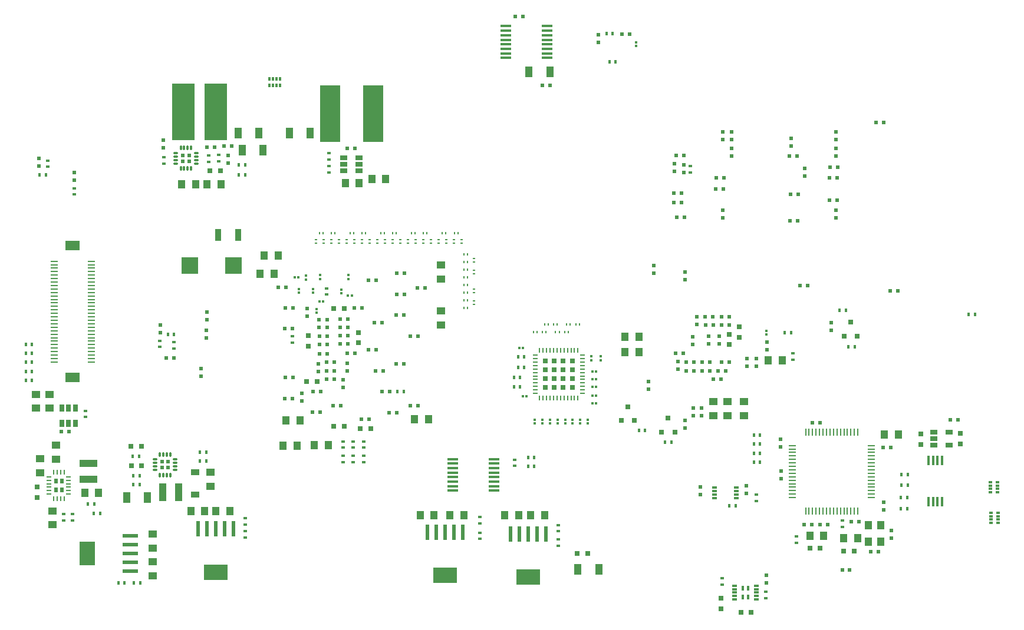
<source format=gbp>
G04 #@! TF.FileFunction,Paste,Bot*
%FSLAX46Y46*%
G04 Gerber Fmt 4.6, Leading zero omitted, Abs format (unit mm)*
G04 Created by KiCad (PCBNEW 4.0.5) date Sun Feb 12 14:34:10 2017*
%MOMM*%
%LPD*%
G01*
G04 APERTURE LIST*
%ADD10C,0.020000*%
%ADD11R,0.600000X0.400000*%
%ADD12R,0.400000X0.600000*%
%ADD13R,1.000000X1.250000*%
%ADD14R,0.500000X0.600000*%
%ADD15R,0.350000X0.300000*%
%ADD16R,0.800000X0.750000*%
%ADD17R,0.750000X0.800000*%
%ADD18R,0.600000X0.500000*%
%ADD19R,1.000000X1.600000*%
%ADD20R,1.250000X1.000000*%
%ADD21R,1.220000X0.910000*%
%ADD22R,1.000000X0.250000*%
%ADD23R,2.100000X1.400000*%
%ADD24R,3.000000X8.200000*%
%ADD25R,3.300000X8.200000*%
%ADD26R,2.540000X1.021080*%
%ADD27R,1.021080X2.540000*%
%ADD28R,0.800100X0.800100*%
%ADD29R,0.320000X0.500000*%
%ADD30R,0.650000X0.300000*%
%ADD31R,0.465000X0.744000*%
%ADD32R,1.060000X0.650000*%
%ADD33R,0.800000X0.300000*%
%ADD34R,0.450000X1.450000*%
%ADD35R,0.250000X1.000000*%
%ADD36R,0.600000X2.200000*%
%ADD37R,3.500000X2.200000*%
%ADD38O,0.750000X0.300000*%
%ADD39O,0.300000X0.750000*%
%ADD40R,0.540000X0.540000*%
%ADD41R,0.650000X1.060000*%
%ADD42R,0.700000X0.250000*%
%ADD43R,0.250000X0.700000*%
%ADD44R,0.495000X0.795000*%
%ADD45R,1.050000X1.300000*%
%ADD46R,2.370000X2.430000*%
%ADD47R,0.500000X0.320000*%
%ADD48R,0.430000X0.280000*%
%ADD49R,0.280000X0.430000*%
%ADD50R,0.772500X0.772500*%
%ADD51R,1.500000X0.450000*%
%ADD52R,0.300000X0.350000*%
%ADD53R,2.200000X0.600000*%
%ADD54R,2.200000X3.500000*%
%ADD55R,0.900000X1.700000*%
G04 APERTURE END LIST*
D10*
D11*
X26370000Y-52270000D03*
X26370000Y-53170000D03*
D12*
X48250000Y-94200000D03*
X49150000Y-94200000D03*
D11*
X66480000Y-70650000D03*
X66480000Y-71550000D03*
D13*
X72950000Y-54900000D03*
X74950000Y-54900000D03*
D14*
X48400000Y-83250000D03*
X48400000Y-82150000D03*
D15*
X62500000Y-70755000D03*
X62500000Y-71305000D03*
D16*
X127450000Y-117250000D03*
X125950000Y-117250000D03*
D14*
X129650000Y-113050000D03*
X129650000Y-111950000D03*
D17*
X151800000Y-91600000D03*
X151800000Y-93100000D03*
X123100000Y-115200000D03*
X123100000Y-116700000D03*
X157500000Y-91500000D03*
X157500000Y-93000000D03*
D14*
X120150000Y-99250000D03*
X120150000Y-100350000D03*
X126750000Y-99050000D03*
X126750000Y-100150000D03*
X131650000Y-93450000D03*
X131650000Y-92350000D03*
D18*
X136100000Y-104650000D03*
X135000000Y-104650000D03*
D14*
X131740000Y-98030000D03*
X131740000Y-96930000D03*
D18*
X137300000Y-90000000D03*
X136200000Y-90000000D03*
D14*
X147600000Y-105500000D03*
X147600000Y-106600000D03*
D18*
X146350000Y-93500000D03*
X147450000Y-93500000D03*
D14*
X146450000Y-101400000D03*
X146450000Y-102500000D03*
D13*
X146550000Y-91700000D03*
X148550000Y-91700000D03*
D18*
X141780000Y-104170000D03*
X142880000Y-104170000D03*
X144600000Y-108500000D03*
X145700000Y-108500000D03*
D13*
X140700000Y-106610000D03*
X142700000Y-106610000D03*
X137850000Y-106250000D03*
X135850000Y-106250000D03*
D18*
X138400000Y-104650000D03*
X137300000Y-104650000D03*
D13*
X92050000Y-103300000D03*
X94050000Y-103300000D03*
X97750000Y-103300000D03*
X95750000Y-103300000D03*
X79900000Y-103250000D03*
X81900000Y-103250000D03*
X86150000Y-103250000D03*
X84150000Y-103250000D03*
D18*
X124260000Y-75950000D03*
X123160000Y-75950000D03*
X120850000Y-74750000D03*
X121950000Y-74750000D03*
X134480000Y-70230000D03*
X135580000Y-70230000D03*
X124250000Y-74750000D03*
X123150000Y-74750000D03*
D14*
X119660000Y-74750000D03*
X119660000Y-75850000D03*
D18*
X120860000Y-75950000D03*
X121960000Y-75950000D03*
D14*
X117930000Y-68330000D03*
X117930000Y-69430000D03*
X113480000Y-67360000D03*
X113480000Y-68460000D03*
D18*
X134050000Y-51600000D03*
X132950000Y-51600000D03*
X117750000Y-51550000D03*
X116650000Y-51550000D03*
X116320000Y-56940000D03*
X117420000Y-56940000D03*
X116310000Y-58290000D03*
X117410000Y-58290000D03*
D14*
X135100000Y-53380000D03*
X135100000Y-54480000D03*
X139600000Y-50550000D03*
X139600000Y-51650000D03*
X124630000Y-49250000D03*
X124630000Y-48150000D03*
X117750000Y-52900000D03*
X117750000Y-54000000D03*
X133200000Y-49100000D03*
X133200000Y-50200000D03*
X123350000Y-60500000D03*
X123350000Y-59400000D03*
D18*
X117850000Y-60400000D03*
X116750000Y-60400000D03*
X138750000Y-53200000D03*
X139850000Y-53200000D03*
D14*
X139600000Y-49250000D03*
X139600000Y-48150000D03*
D18*
X134140000Y-60970000D03*
X133040000Y-60970000D03*
D14*
X123350000Y-49250000D03*
X123350000Y-48150000D03*
X116400000Y-53830000D03*
X116400000Y-52730000D03*
D18*
X138650000Y-58000000D03*
X139750000Y-58000000D03*
D14*
X124620000Y-50520000D03*
X124620000Y-51620000D03*
D18*
X133050000Y-57150000D03*
X134150000Y-57150000D03*
X123400000Y-56350000D03*
X122300000Y-56350000D03*
X122400000Y-54750000D03*
X123500000Y-54750000D03*
D14*
X139600000Y-60500000D03*
X139600000Y-59400000D03*
D18*
X138700000Y-54800000D03*
X139800000Y-54800000D03*
D14*
X138950000Y-75600000D03*
X138950000Y-76700000D03*
D18*
X147400000Y-71000000D03*
X148500000Y-71000000D03*
D13*
X129860000Y-81040000D03*
X131860000Y-81040000D03*
X111290000Y-77660000D03*
X109290000Y-77660000D03*
D14*
X128170000Y-80710000D03*
X128170000Y-81810000D03*
X119050000Y-78680000D03*
X119050000Y-77580000D03*
X121330000Y-78640000D03*
X121330000Y-77540000D03*
X122840000Y-78640000D03*
X122840000Y-77540000D03*
D19*
X98500000Y-39500000D03*
X95500000Y-39500000D03*
D18*
X98550000Y-41500000D03*
X97450000Y-41500000D03*
X146450000Y-46800000D03*
X145350000Y-46800000D03*
D16*
X102450000Y-108800000D03*
X103950000Y-108800000D03*
D19*
X102550000Y-111100000D03*
X105550000Y-111100000D03*
D20*
X122030000Y-88970000D03*
X122030000Y-86970000D03*
D14*
X120340000Y-88930000D03*
X120340000Y-87830000D03*
X129660000Y-78340000D03*
X129660000Y-79440000D03*
D20*
X126390000Y-88970000D03*
X126390000Y-86970000D03*
D17*
X124240000Y-77250000D03*
X124240000Y-78750000D03*
X125730000Y-77670000D03*
X125730000Y-76170000D03*
D18*
X120410000Y-81280000D03*
X121510000Y-81280000D03*
X122010000Y-83750000D03*
X123110000Y-83750000D03*
D14*
X116920000Y-82250000D03*
X116920000Y-81150000D03*
X117900000Y-89650000D03*
X117900000Y-90750000D03*
X126840000Y-81820000D03*
X126840000Y-80720000D03*
D18*
X123210000Y-81270000D03*
X124310000Y-81270000D03*
X119210000Y-82510000D03*
X118110000Y-82510000D03*
D13*
X109320000Y-79810000D03*
X111320000Y-79810000D03*
D20*
X124030000Y-88970000D03*
X124030000Y-86970000D03*
D14*
X119130000Y-88930000D03*
X119130000Y-87830000D03*
D18*
X119220000Y-81280000D03*
X118120000Y-81280000D03*
X121500000Y-82550000D03*
X120400000Y-82550000D03*
X122700000Y-82550000D03*
X123800000Y-82550000D03*
X117700000Y-79960000D03*
X116600000Y-79960000D03*
D14*
X112690000Y-84080000D03*
X112690000Y-85180000D03*
D18*
X69500000Y-78650000D03*
X68400000Y-78650000D03*
D14*
X68790000Y-83840000D03*
X68790000Y-84940000D03*
D18*
X66450000Y-83700000D03*
X67550000Y-83700000D03*
D14*
X65350000Y-76300000D03*
X65350000Y-75200000D03*
D17*
X71000000Y-78500000D03*
X71000000Y-77000000D03*
D16*
X68950000Y-90450000D03*
X67450000Y-90450000D03*
D18*
X65450000Y-80090000D03*
X66550000Y-80090000D03*
D16*
X67500000Y-73550000D03*
X69000000Y-73550000D03*
X72820000Y-90860000D03*
X71320000Y-90860000D03*
D17*
X63800000Y-78950000D03*
X63800000Y-77450000D03*
D18*
X67550000Y-81300000D03*
X66450000Y-81300000D03*
D14*
X69450000Y-82500000D03*
X69450000Y-81400000D03*
D18*
X65450000Y-78700000D03*
X66550000Y-78700000D03*
D14*
X66550000Y-76300000D03*
X66550000Y-75200000D03*
D18*
X67550000Y-82500000D03*
X66450000Y-82500000D03*
D14*
X65250000Y-82580000D03*
X65250000Y-81480000D03*
D18*
X70500000Y-79950000D03*
X69400000Y-79950000D03*
D16*
X65100000Y-84050000D03*
X63600000Y-84050000D03*
D18*
X68400000Y-75050000D03*
X69500000Y-75050000D03*
X66550000Y-77500000D03*
X65450000Y-77500000D03*
X68400000Y-77450000D03*
X69500000Y-77450000D03*
X69500000Y-76250000D03*
X68400000Y-76250000D03*
D14*
X49250000Y-74100000D03*
X49250000Y-75200000D03*
D18*
X44550000Y-80700000D03*
X43450000Y-80700000D03*
D14*
X49200000Y-77800000D03*
X49200000Y-76700000D03*
X42550000Y-75950000D03*
X42550000Y-77050000D03*
X62910000Y-85710000D03*
X62910000Y-86810000D03*
D13*
X79100000Y-89500000D03*
X81100000Y-89500000D03*
X62650000Y-89600000D03*
X60650000Y-89600000D03*
X66700000Y-93200000D03*
X64700000Y-93200000D03*
D18*
X65500000Y-88450000D03*
X64400000Y-88450000D03*
X75450000Y-88500000D03*
X76550000Y-88500000D03*
X64500000Y-85500000D03*
X65600000Y-85500000D03*
X68500000Y-87500000D03*
X67400000Y-87500000D03*
X60500000Y-83500000D03*
X61600000Y-83500000D03*
X74400000Y-85500000D03*
X75500000Y-85500000D03*
X61500000Y-86500000D03*
X60400000Y-86500000D03*
X72550000Y-89500000D03*
X71450000Y-89500000D03*
D13*
X60220000Y-93240000D03*
X62220000Y-93240000D03*
D18*
X59500000Y-70500000D03*
X60600000Y-70500000D03*
X76450000Y-81500000D03*
X77550000Y-81500000D03*
X60500000Y-73500000D03*
X61600000Y-73500000D03*
X72500000Y-79500000D03*
X73600000Y-79500000D03*
D14*
X63630000Y-74690000D03*
X63630000Y-73590000D03*
D18*
X73450000Y-82500000D03*
X74550000Y-82500000D03*
X61550000Y-76450000D03*
X60450000Y-76450000D03*
X78500000Y-87500000D03*
X79600000Y-87500000D03*
D13*
X59500000Y-65900000D03*
X57500000Y-65900000D03*
D15*
X69550000Y-69300000D03*
X69550000Y-68750000D03*
D18*
X77550000Y-74500000D03*
X76450000Y-74500000D03*
X74450000Y-75550000D03*
X73350000Y-75550000D03*
D13*
X58900000Y-68520000D03*
X56900000Y-68520000D03*
D18*
X78450000Y-77500000D03*
X79550000Y-77500000D03*
X70450000Y-73500000D03*
X71550000Y-73500000D03*
D20*
X82900000Y-69300000D03*
X82900000Y-67300000D03*
D18*
X79500000Y-70550000D03*
X80600000Y-70550000D03*
X72450000Y-69500000D03*
X73550000Y-69500000D03*
X76550000Y-68500000D03*
X77650000Y-68500000D03*
X76500000Y-71500000D03*
X77600000Y-71500000D03*
D20*
X82900000Y-73900000D03*
X82900000Y-75900000D03*
D13*
X49300000Y-55650000D03*
X51300000Y-55650000D03*
D16*
X49700000Y-53750000D03*
X51200000Y-53750000D03*
D14*
X30240000Y-54030000D03*
X30240000Y-55130000D03*
D18*
X70490000Y-50520000D03*
X69390000Y-50520000D03*
D14*
X43000000Y-49350000D03*
X43000000Y-50450000D03*
D19*
X64100000Y-48300000D03*
X61100000Y-48300000D03*
D18*
X52850000Y-50200000D03*
X51750000Y-50200000D03*
X49300000Y-50350000D03*
X50400000Y-50350000D03*
D14*
X52350000Y-51500000D03*
X52350000Y-52600000D03*
D19*
X54350000Y-50800000D03*
X57350000Y-50800000D03*
D13*
X46950000Y-102700000D03*
X48950000Y-102700000D03*
D14*
X25120000Y-51970000D03*
X25120000Y-53070000D03*
D13*
X52550000Y-102700000D03*
X50550000Y-102700000D03*
X71150000Y-55550000D03*
X69150000Y-55550000D03*
X47660000Y-55690000D03*
X45660000Y-55690000D03*
D19*
X53750000Y-48350000D03*
X56750000Y-48350000D03*
D18*
X28330000Y-91250000D03*
X29430000Y-91250000D03*
D20*
X26700000Y-87900000D03*
X26700000Y-85900000D03*
D13*
X31700000Y-100050000D03*
X33700000Y-100050000D03*
D20*
X24700000Y-87900000D03*
X24700000Y-85900000D03*
D17*
X24850000Y-99200000D03*
X24850000Y-100700000D03*
D20*
X27050000Y-102650000D03*
X27050000Y-104650000D03*
X27600000Y-95200000D03*
X27600000Y-93200000D03*
X25280000Y-97180000D03*
X25280000Y-95180000D03*
D16*
X39850000Y-93400000D03*
X38350000Y-93400000D03*
D19*
X37750000Y-100700000D03*
X40750000Y-100700000D03*
D16*
X38400000Y-96200000D03*
X39900000Y-96200000D03*
D20*
X49800000Y-97100000D03*
X49800000Y-99100000D03*
D14*
X105450000Y-34150000D03*
X105450000Y-35250000D03*
D18*
X109950000Y-34100000D03*
X108850000Y-34100000D03*
X140550000Y-111150000D03*
X141550000Y-111150000D03*
D21*
X47550000Y-97065000D03*
X47550000Y-100335000D03*
D22*
X27350000Y-81250000D03*
X32650000Y-81250000D03*
X27350000Y-80750000D03*
X32650000Y-80750000D03*
X27350000Y-80250000D03*
X32650000Y-80250000D03*
X27350000Y-79750000D03*
X32650000Y-79750000D03*
X27350000Y-79250000D03*
X32650000Y-79250000D03*
X27350000Y-78750000D03*
X32650000Y-78750000D03*
X27350000Y-78250000D03*
X32650000Y-78250000D03*
X27350000Y-77750000D03*
X32650000Y-77750000D03*
X27350000Y-77250000D03*
X32650000Y-77250000D03*
X27350000Y-76750000D03*
X32650000Y-76750000D03*
X27350000Y-76250000D03*
X32650000Y-76250000D03*
X27350000Y-75750000D03*
X32650000Y-75750000D03*
X27350000Y-75250000D03*
X32650000Y-75250000D03*
X27350000Y-74750000D03*
X32650000Y-74750000D03*
X27350000Y-74250000D03*
X32650000Y-74250000D03*
X27350000Y-73750000D03*
X32650000Y-73750000D03*
X27350000Y-73250000D03*
X32650000Y-73250000D03*
X27350000Y-72750000D03*
X32650000Y-72750000D03*
X27350000Y-72250000D03*
X32650000Y-72250000D03*
X27350000Y-71750000D03*
X32650000Y-71750000D03*
X27350000Y-71250000D03*
X32650000Y-71250000D03*
X27350000Y-70750000D03*
X32650000Y-70750000D03*
X27350000Y-70250000D03*
X32650000Y-70250000D03*
X27350000Y-69750000D03*
X32650000Y-69750000D03*
X27350000Y-69250000D03*
X32650000Y-69250000D03*
X27350000Y-68750000D03*
X32650000Y-68750000D03*
X27350000Y-68250000D03*
X32650000Y-68250000D03*
X27350000Y-67750000D03*
X32650000Y-67750000D03*
X27350000Y-67250000D03*
X32650000Y-67250000D03*
X27350000Y-66750000D03*
X32650000Y-66750000D03*
D23*
X30000000Y-83500000D03*
X30000000Y-64500000D03*
D16*
X135850000Y-108000000D03*
X137350000Y-108000000D03*
X142200000Y-108400000D03*
X140700000Y-108400000D03*
D24*
X73130000Y-45540000D03*
X66930000Y-45540000D03*
D25*
X45850000Y-45250000D03*
X50550000Y-45250000D03*
D26*
X32250000Y-95854460D03*
X32250000Y-98145540D03*
D27*
X45195540Y-100000000D03*
X42904460Y-100000000D03*
D28*
X142650000Y-77500760D03*
X140750000Y-77500760D03*
X141700000Y-75501780D03*
X110650000Y-89650760D03*
X108750000Y-89650760D03*
X109700000Y-87651780D03*
X116450000Y-91300760D03*
X114550000Y-91300760D03*
X115500000Y-89301780D03*
D11*
X129550000Y-115200000D03*
X129550000Y-114300000D03*
X123300000Y-113250000D03*
X123300000Y-112350000D03*
D12*
X125200000Y-101900000D03*
X124300000Y-101900000D03*
D11*
X128200000Y-100350000D03*
X128200000Y-101250000D03*
D12*
X148950000Y-102350000D03*
X149850000Y-102350000D03*
X148950000Y-100700000D03*
X149850000Y-100700000D03*
X149000000Y-97450000D03*
X149900000Y-97450000D03*
X149000000Y-98950000D03*
X149900000Y-98950000D03*
D11*
X133950000Y-106350000D03*
X133950000Y-107250000D03*
X140510000Y-104060000D03*
X140510000Y-104960000D03*
D12*
X127800000Y-95650000D03*
X128700000Y-95650000D03*
X127800000Y-93050000D03*
X128700000Y-93050000D03*
X127800000Y-94350000D03*
X128700000Y-94350000D03*
X127800000Y-91750000D03*
X128700000Y-91750000D03*
D11*
X99700000Y-104700000D03*
X99700000Y-105600000D03*
X99700000Y-106750000D03*
X99700000Y-107650000D03*
X88500000Y-103550000D03*
X88500000Y-104450000D03*
X88500000Y-105800000D03*
X88500000Y-106700000D03*
X118650000Y-53970000D03*
X118650000Y-53070000D03*
D12*
X142300000Y-79100000D03*
X141400000Y-79100000D03*
X140150000Y-73800000D03*
X141050000Y-73800000D03*
X159550000Y-74400000D03*
X158650000Y-74400000D03*
X132260000Y-77030000D03*
X133160000Y-77030000D03*
D11*
X133420000Y-80010000D03*
X133420000Y-80910000D03*
D12*
X112190000Y-91100000D03*
X111290000Y-91100000D03*
X115950000Y-92800000D03*
X115050000Y-92800000D03*
X77550000Y-85510000D03*
X76650000Y-85510000D03*
D11*
X42500000Y-78200000D03*
X42500000Y-79100000D03*
D12*
X43650000Y-77250000D03*
X44550000Y-77250000D03*
D11*
X68850000Y-95650000D03*
X68850000Y-94750000D03*
X68850000Y-93550000D03*
X68850000Y-92650000D03*
X70300000Y-95650000D03*
X70300000Y-94750000D03*
X70300000Y-93550000D03*
X70300000Y-92650000D03*
X71750000Y-95650000D03*
X71750000Y-94750000D03*
X71750000Y-93550000D03*
X71750000Y-92650000D03*
X61500000Y-77550000D03*
X61500000Y-78450000D03*
X43050000Y-52700000D03*
X43050000Y-51800000D03*
X30240000Y-57150000D03*
X30240000Y-56250000D03*
X66800000Y-51200000D03*
X66800000Y-52100000D03*
X66800000Y-53100000D03*
X66800000Y-54000000D03*
X51000000Y-52370000D03*
X51000000Y-51470000D03*
D12*
X33050000Y-103000000D03*
X33950000Y-103000000D03*
X54750000Y-52900000D03*
X53850000Y-52900000D03*
X53830000Y-54320000D03*
X54730000Y-54320000D03*
D11*
X49500000Y-52450000D03*
X49500000Y-51550000D03*
D12*
X25220000Y-54320000D03*
X26120000Y-54320000D03*
D11*
X54800000Y-103700000D03*
X54800000Y-104600000D03*
X54800000Y-105600000D03*
X54800000Y-106500000D03*
X31850000Y-88250000D03*
X31850000Y-89150000D03*
X28700000Y-104000000D03*
X28700000Y-103100000D03*
X30000000Y-104000000D03*
X30000000Y-103100000D03*
D12*
X32200000Y-101700000D03*
X33100000Y-101700000D03*
X39600000Y-97600000D03*
X38700000Y-97600000D03*
X39600000Y-98900000D03*
X38700000Y-98900000D03*
X24150000Y-81300000D03*
X23250000Y-81300000D03*
X24150000Y-80000000D03*
X23250000Y-80000000D03*
X24150000Y-78700000D03*
X23250000Y-78700000D03*
X23250000Y-82600000D03*
X24150000Y-82600000D03*
X23250000Y-83900000D03*
X24150000Y-83900000D03*
X39500000Y-94800000D03*
X38600000Y-94800000D03*
X49150000Y-95500000D03*
X48250000Y-95500000D03*
X107050000Y-38050000D03*
X107950000Y-38050000D03*
X106650000Y-34050000D03*
X107550000Y-34050000D03*
D29*
X58250000Y-40500000D03*
X59250000Y-40500000D03*
X58750000Y-40500000D03*
X59750000Y-40500000D03*
X58750000Y-41500000D03*
X58250000Y-41500000D03*
X59250000Y-41500000D03*
X59750000Y-41500000D03*
D30*
X128150000Y-113400000D03*
X128150000Y-113900000D03*
X128150000Y-114400000D03*
X128150000Y-114900000D03*
X128150000Y-115400000D03*
X125050000Y-115400000D03*
X125050000Y-114900000D03*
X125050000Y-114400000D03*
X125050000Y-113900000D03*
X125050000Y-113400000D03*
D31*
X126212500Y-115020000D03*
X126212500Y-113780000D03*
X126987500Y-115020000D03*
X126987500Y-113780000D03*
D32*
X153650000Y-93200000D03*
X153650000Y-92250000D03*
X153650000Y-91300000D03*
X155850000Y-91300000D03*
X155850000Y-93200000D03*
D33*
X125300000Y-100800000D03*
X122200000Y-100800000D03*
X125300000Y-100300000D03*
X122200000Y-100300000D03*
X125300000Y-99800000D03*
X122200000Y-99800000D03*
X125300000Y-99300000D03*
X122200000Y-99300000D03*
D34*
X154845000Y-101300000D03*
X154195000Y-101300000D03*
X153545000Y-101300000D03*
X152895000Y-101300000D03*
X152895000Y-95400000D03*
X153545000Y-95400000D03*
X154195000Y-95400000D03*
X154845000Y-95400000D03*
D35*
X142750000Y-102700000D03*
X142250000Y-102700000D03*
X141750000Y-102700000D03*
X141250000Y-102700000D03*
X140750000Y-102700000D03*
X140250000Y-102700000D03*
X139750000Y-102700000D03*
X139250000Y-102700000D03*
X138750000Y-102700000D03*
X138250000Y-102700000D03*
X137750000Y-102700000D03*
X137250000Y-102700000D03*
X136750000Y-102700000D03*
X136250000Y-102700000D03*
X135750000Y-102700000D03*
X135250000Y-102700000D03*
D22*
X133300000Y-100750000D03*
X133300000Y-100250000D03*
X133300000Y-99750000D03*
X133300000Y-99250000D03*
X133300000Y-98750000D03*
X133300000Y-98250000D03*
X133300000Y-97750000D03*
X133300000Y-97250000D03*
X133300000Y-96750000D03*
X133300000Y-96250000D03*
X133300000Y-95750000D03*
X133300000Y-95250000D03*
X133300000Y-94750000D03*
X133300000Y-94250000D03*
X133300000Y-93750000D03*
X133300000Y-93250000D03*
D35*
X135250000Y-91300000D03*
X135750000Y-91300000D03*
X136250000Y-91300000D03*
X136750000Y-91300000D03*
X137250000Y-91300000D03*
X137750000Y-91300000D03*
X138250000Y-91300000D03*
X138750000Y-91300000D03*
X139250000Y-91300000D03*
X139750000Y-91300000D03*
X140250000Y-91300000D03*
X140750000Y-91300000D03*
X141250000Y-91300000D03*
X141750000Y-91300000D03*
X142250000Y-91300000D03*
X142750000Y-91300000D03*
D22*
X144700000Y-93250000D03*
X144700000Y-93750000D03*
X144700000Y-94250000D03*
X144700000Y-94750000D03*
X144700000Y-95250000D03*
X144700000Y-95750000D03*
X144700000Y-96250000D03*
X144700000Y-96750000D03*
X144700000Y-97250000D03*
X144700000Y-97750000D03*
X144700000Y-98250000D03*
X144700000Y-98750000D03*
X144700000Y-99250000D03*
X144700000Y-99750000D03*
X144700000Y-100250000D03*
X144700000Y-100750000D03*
D36*
X92910000Y-105950000D03*
X94180000Y-105950000D03*
X95450000Y-105950000D03*
X96720000Y-105950000D03*
X97990000Y-105950000D03*
D37*
X95450000Y-112150000D03*
D36*
X80960000Y-105750000D03*
X82230000Y-105750000D03*
X83500000Y-105750000D03*
X84770000Y-105750000D03*
X86040000Y-105750000D03*
D37*
X83500000Y-111950000D03*
D32*
X71100000Y-51850000D03*
X71100000Y-52800000D03*
X71100000Y-53750000D03*
X68900000Y-53750000D03*
X68900000Y-51850000D03*
X68900000Y-52800000D03*
D38*
X44775000Y-52700000D03*
X44775000Y-52200000D03*
X44775000Y-51700000D03*
X44775000Y-51200000D03*
D39*
X45500000Y-50475000D03*
X46000000Y-50475000D03*
X46500000Y-50475000D03*
X47000000Y-50475000D03*
D38*
X47725000Y-51200000D03*
X47725000Y-51700000D03*
X47725000Y-52200000D03*
X47725000Y-52700000D03*
D39*
X47000000Y-53425000D03*
X46500000Y-53425000D03*
X46000000Y-53425000D03*
X45500000Y-53425000D03*
D40*
X46700000Y-51500000D03*
X46700000Y-52400000D03*
X45800000Y-51500000D03*
X45800000Y-52400000D03*
D36*
X47960000Y-105250000D03*
X49230000Y-105250000D03*
X50500000Y-105250000D03*
X51770000Y-105250000D03*
X53040000Y-105250000D03*
D37*
X50500000Y-111450000D03*
D41*
X28450000Y-87900000D03*
X29400000Y-87900000D03*
X30350000Y-87900000D03*
X30350000Y-90100000D03*
X28450000Y-90100000D03*
X29400000Y-90100000D03*
D42*
X29400000Y-97750000D03*
X29400000Y-98250000D03*
X29400000Y-98750000D03*
X29400000Y-99250000D03*
X29400000Y-99750000D03*
X29400000Y-100250000D03*
D43*
X28750000Y-100900000D03*
X28250000Y-100900000D03*
X27750000Y-100900000D03*
X27250000Y-100900000D03*
D42*
X26600000Y-100250000D03*
X26600000Y-99750000D03*
X26600000Y-99250000D03*
X26600000Y-98750000D03*
X26600000Y-98250000D03*
X26600000Y-97750000D03*
D43*
X27250000Y-97100000D03*
X27750000Y-97100000D03*
X28250000Y-97100000D03*
X28750000Y-97100000D03*
D44*
X27587500Y-99662500D03*
X27587500Y-98337500D03*
X28412500Y-99662500D03*
X28412500Y-98337500D03*
D38*
X41775000Y-96750000D03*
X41775000Y-96250000D03*
X41775000Y-95750000D03*
X41775000Y-95250000D03*
D39*
X42500000Y-94525000D03*
X43000000Y-94525000D03*
X43500000Y-94525000D03*
X44000000Y-94525000D03*
D38*
X44725000Y-95250000D03*
X44725000Y-95750000D03*
X44725000Y-96250000D03*
X44725000Y-96750000D03*
D39*
X44000000Y-97475000D03*
X43500000Y-97475000D03*
X43000000Y-97475000D03*
X42500000Y-97475000D03*
D40*
X43700000Y-95550000D03*
X43700000Y-96450000D03*
X42800000Y-95550000D03*
X42800000Y-96450000D03*
D45*
X146075000Y-104750000D03*
X146075000Y-107050000D03*
X144225000Y-107050000D03*
X144225000Y-104750000D03*
D46*
X46830000Y-67350000D03*
X53070000Y-67350000D03*
D47*
X161800000Y-100000000D03*
X161800000Y-99000000D03*
X161800000Y-99500000D03*
X161800000Y-98500000D03*
X162800000Y-99500000D03*
X162800000Y-100000000D03*
X162800000Y-99000000D03*
X162800000Y-98500000D03*
X161900000Y-104400000D03*
X161900000Y-103400000D03*
X161900000Y-103900000D03*
X161900000Y-102900000D03*
X162900000Y-103900000D03*
X162900000Y-104400000D03*
X162900000Y-103400000D03*
X162900000Y-102900000D03*
D48*
X68200000Y-63645000D03*
X68200000Y-64155000D03*
X67100000Y-63645000D03*
X67100000Y-64155000D03*
X66000000Y-63645000D03*
X66000000Y-64155000D03*
X64900000Y-63645000D03*
X64900000Y-64155000D03*
X69300000Y-63645000D03*
X69300000Y-64155000D03*
X70400000Y-63645000D03*
X70400000Y-64155000D03*
X71500000Y-63645000D03*
X71500000Y-64155000D03*
X72600000Y-63645000D03*
X72600000Y-64155000D03*
X77000000Y-63645000D03*
X77000000Y-64155000D03*
X75900000Y-63645000D03*
X75900000Y-64155000D03*
X74800000Y-63645000D03*
X74800000Y-64155000D03*
X73700000Y-63645000D03*
X73700000Y-64155000D03*
X78100000Y-63645000D03*
X78100000Y-64155000D03*
X79200000Y-63645000D03*
X79200000Y-64155000D03*
X80300000Y-63645000D03*
X80300000Y-64155000D03*
X81400000Y-63645000D03*
X81400000Y-64155000D03*
X85800000Y-63645000D03*
X85800000Y-64155000D03*
X84700000Y-63645000D03*
X84700000Y-64155000D03*
X83600000Y-63645000D03*
X83600000Y-64155000D03*
X82500000Y-63645000D03*
X82500000Y-64155000D03*
D49*
X67655000Y-62700000D03*
X67145000Y-62700000D03*
X65955000Y-62700000D03*
X65445000Y-62700000D03*
X69845000Y-62700000D03*
X70355000Y-62700000D03*
X71545000Y-62700000D03*
X72055000Y-62700000D03*
X76455000Y-62700000D03*
X75945000Y-62700000D03*
X74755000Y-62700000D03*
X74245000Y-62700000D03*
X78645000Y-62700000D03*
X79155000Y-62700000D03*
X80345000Y-62700000D03*
X80855000Y-62700000D03*
X85300000Y-62700000D03*
X84790000Y-62700000D03*
X83555000Y-62700000D03*
X83045000Y-62700000D03*
X86655000Y-69100000D03*
X86145000Y-69100000D03*
X86655000Y-68000000D03*
X86145000Y-68000000D03*
X86655000Y-66900000D03*
X86145000Y-66900000D03*
X86655000Y-65800000D03*
X86145000Y-65800000D03*
X86655000Y-73500000D03*
X86145000Y-73500000D03*
X86655000Y-72400000D03*
X86145000Y-72400000D03*
X86655000Y-71300000D03*
X86145000Y-71300000D03*
X86655000Y-70200000D03*
X86145000Y-70200000D03*
D48*
X87600000Y-68555000D03*
X87600000Y-68045000D03*
X87600000Y-66855000D03*
X87600000Y-66345000D03*
X87600000Y-72955000D03*
X87600000Y-72445000D03*
X87600000Y-71255000D03*
X87600000Y-70745000D03*
D12*
X93950000Y-82000000D03*
X94850000Y-82000000D03*
X94850000Y-80500000D03*
X93950000Y-80500000D03*
X93350000Y-84800000D03*
X94250000Y-84800000D03*
X93350000Y-83500000D03*
X94250000Y-83500000D03*
D49*
X102755000Y-75800000D03*
X102245000Y-75800000D03*
X100945000Y-75800000D03*
X101455000Y-75800000D03*
X101155000Y-76900000D03*
X100645000Y-76900000D03*
X99345000Y-76900000D03*
X99855000Y-76900000D03*
X99555000Y-75800000D03*
X99045000Y-75800000D03*
X97745000Y-75800000D03*
X98255000Y-75800000D03*
X97955000Y-76900000D03*
X97445000Y-76900000D03*
X96145000Y-76900000D03*
X96655000Y-76900000D03*
D43*
X102550000Y-86400000D03*
X102050000Y-86400000D03*
X101550000Y-86400000D03*
X101050000Y-86400000D03*
X100550000Y-86400000D03*
X100050000Y-86400000D03*
X99550000Y-86400000D03*
X99050000Y-86400000D03*
X98550000Y-86400000D03*
X98050000Y-86400000D03*
X97550000Y-86400000D03*
X97050000Y-86400000D03*
D42*
X96400000Y-85750000D03*
X96400000Y-85250000D03*
X96400000Y-84750000D03*
X96400000Y-84250000D03*
X96400000Y-83750000D03*
X96400000Y-83250000D03*
X96400000Y-82750000D03*
X96400000Y-82250000D03*
X96400000Y-81750000D03*
X96400000Y-81250000D03*
X96400000Y-80750000D03*
X96400000Y-80250000D03*
D43*
X97050000Y-79600000D03*
X97550000Y-79600000D03*
X98050000Y-79600000D03*
X98550000Y-79600000D03*
X99050000Y-79600000D03*
X99550000Y-79600000D03*
X100050000Y-79600000D03*
X100550000Y-79600000D03*
X101050000Y-79600000D03*
X101550000Y-79600000D03*
X102050000Y-79600000D03*
X102550000Y-79600000D03*
D42*
X103200000Y-80250000D03*
X103200000Y-80750000D03*
X103200000Y-81250000D03*
X103200000Y-81750000D03*
X103200000Y-82250000D03*
X103200000Y-82750000D03*
X103200000Y-83250000D03*
X103200000Y-83750000D03*
X103200000Y-84250000D03*
X103200000Y-84750000D03*
X103200000Y-85250000D03*
X103200000Y-85750000D03*
D50*
X97868750Y-81068750D03*
X99156250Y-81068750D03*
X100443750Y-81068750D03*
X101731250Y-81068750D03*
X97868750Y-82356250D03*
X99156250Y-82356250D03*
X100443750Y-82356250D03*
X101731250Y-82356250D03*
X97868750Y-83643750D03*
X99156250Y-83643750D03*
X100443750Y-83643750D03*
X101731250Y-83643750D03*
X97868750Y-84931250D03*
X99156250Y-84931250D03*
X100443750Y-84931250D03*
X101731250Y-84931250D03*
D15*
X129620000Y-76765000D03*
X129620000Y-77315000D03*
D18*
X94630000Y-31590000D03*
X93530000Y-31590000D03*
D51*
X98110000Y-32955000D03*
X98110000Y-33605000D03*
X98110000Y-34255000D03*
X98110000Y-34905000D03*
X98110000Y-35555000D03*
X98110000Y-36205000D03*
X98110000Y-36855000D03*
X98110000Y-37505000D03*
X92210000Y-37505000D03*
X92210000Y-36855000D03*
X92210000Y-36205000D03*
X92210000Y-35555000D03*
X92210000Y-34905000D03*
X92210000Y-34255000D03*
X92210000Y-33605000D03*
X92210000Y-32955000D03*
D15*
X63490000Y-69395000D03*
X63490000Y-68845000D03*
X65510000Y-69305000D03*
X65510000Y-68755000D03*
D52*
X62415000Y-69060000D03*
X61865000Y-69060000D03*
D20*
X41500000Y-106000000D03*
X41500000Y-108000000D03*
X41500000Y-112000000D03*
X41500000Y-110000000D03*
D12*
X39700000Y-113000000D03*
X38800000Y-113000000D03*
X37450000Y-113000000D03*
X36550000Y-113000000D03*
D53*
X38250000Y-106210000D03*
X38250000Y-107480000D03*
X38250000Y-108750000D03*
X38250000Y-110020000D03*
X38250000Y-111290000D03*
D54*
X32050000Y-108750000D03*
D11*
X93500000Y-96200000D03*
X93500000Y-95300000D03*
D51*
X90460000Y-95205000D03*
X90460000Y-95855000D03*
X90460000Y-96505000D03*
X90460000Y-97155000D03*
X90460000Y-97805000D03*
X90460000Y-98455000D03*
X90460000Y-99105000D03*
X90460000Y-99755000D03*
X84560000Y-99755000D03*
X84560000Y-99105000D03*
X84560000Y-98455000D03*
X84560000Y-97805000D03*
X84560000Y-97155000D03*
X84560000Y-96505000D03*
X84560000Y-95855000D03*
X84560000Y-95205000D03*
D55*
X53780000Y-62990000D03*
X50880000Y-62990000D03*
D12*
X95390000Y-96240000D03*
X96290000Y-96240000D03*
X95390000Y-94940000D03*
X96290000Y-94940000D03*
D52*
X94675000Y-79200000D03*
X94125000Y-79200000D03*
X104625000Y-87200000D03*
X105175000Y-87200000D03*
X104625000Y-86100000D03*
X105175000Y-86100000D03*
D15*
X104500000Y-80425000D03*
X104500000Y-80975000D03*
X105800000Y-80425000D03*
X105800000Y-80975000D03*
X104000000Y-90075000D03*
X104000000Y-89525000D03*
X102900000Y-90075000D03*
X102900000Y-89525000D03*
X99600000Y-90075000D03*
X99600000Y-89525000D03*
X98500000Y-90075000D03*
X98500000Y-89525000D03*
X101800000Y-90075000D03*
X101800000Y-89525000D03*
X100700000Y-90075000D03*
X100700000Y-89525000D03*
X97400000Y-90075000D03*
X97400000Y-89525000D03*
X96300000Y-90075000D03*
X96300000Y-89525000D03*
D52*
X104625000Y-82600000D03*
X105175000Y-82600000D03*
X95175000Y-86200000D03*
X94625000Y-86200000D03*
X104625000Y-84800000D03*
X105175000Y-84800000D03*
X104625000Y-83700000D03*
X105175000Y-83700000D03*
D15*
X65000000Y-73625000D03*
X65000000Y-74175000D03*
X64500000Y-71275000D03*
X64500000Y-70725000D03*
X68530000Y-71385000D03*
X68530000Y-70835000D03*
D52*
X65965000Y-72580000D03*
X65415000Y-72580000D03*
X69505000Y-71730000D03*
X70055000Y-71730000D03*
D15*
X110890000Y-35815000D03*
X110890000Y-35265000D03*
D18*
X157150000Y-89550000D03*
X156050000Y-89550000D03*
D11*
X44490000Y-79300000D03*
X44490000Y-78400000D03*
M02*

</source>
